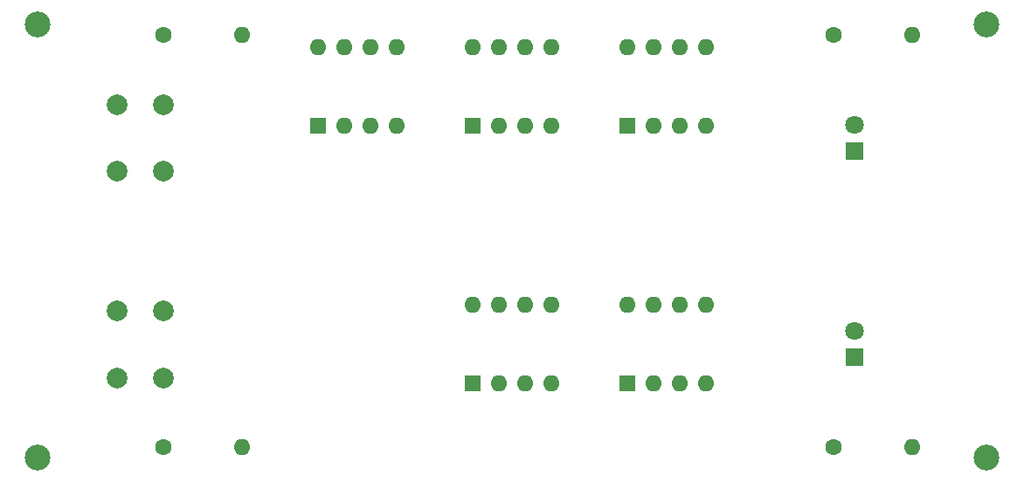
<source format=gbr>
%TF.GenerationSoftware,KiCad,Pcbnew,7.0.7*%
%TF.CreationDate,2023-11-01T21:34:32-04:00*%
%TF.ProjectId,TEJ4M-Unit-4-08,54454a34-4d2d-4556-9e69-742d342d3038,rev?*%
%TF.SameCoordinates,Original*%
%TF.FileFunction,Soldermask,Top*%
%TF.FilePolarity,Negative*%
%FSLAX46Y46*%
G04 Gerber Fmt 4.6, Leading zero omitted, Abs format (unit mm)*
G04 Created by KiCad (PCBNEW 7.0.7) date 2023-11-01 21:34:32*
%MOMM*%
%LPD*%
G01*
G04 APERTURE LIST*
%ADD10R,1.600000X1.600000*%
%ADD11O,1.600000X1.600000*%
%ADD12C,2.000000*%
%ADD13C,2.500000*%
%ADD14C,1.600000*%
%ADD15R,1.800000X1.800000*%
%ADD16C,1.800000*%
G04 APERTURE END LIST*
D10*
%TO.C,U7*%
X161200000Y-63800000D03*
D11*
X163740000Y-63800000D03*
X166280000Y-63800000D03*
X168820000Y-63800000D03*
X168820000Y-56180000D03*
X166280000Y-56180000D03*
X163740000Y-56180000D03*
X161200000Y-56180000D03*
%TD*%
D10*
%TO.C,U6*%
X161200000Y-88800000D03*
D11*
X163740000Y-88800000D03*
X166280000Y-88800000D03*
X168820000Y-88800000D03*
X168820000Y-81180000D03*
X166280000Y-81180000D03*
X163740000Y-81180000D03*
X161200000Y-81180000D03*
%TD*%
D10*
%TO.C,U5*%
X146200000Y-63800000D03*
D11*
X148740000Y-63800000D03*
X151280000Y-63800000D03*
X153820000Y-63800000D03*
X153820000Y-56180000D03*
X151280000Y-56180000D03*
X148740000Y-56180000D03*
X146200000Y-56180000D03*
%TD*%
D10*
%TO.C,U4*%
X146200000Y-88800000D03*
D11*
X148740000Y-88800000D03*
X151280000Y-88800000D03*
X153820000Y-88800000D03*
X153820000Y-81180000D03*
X151280000Y-81180000D03*
X148740000Y-81180000D03*
X146200000Y-81180000D03*
%TD*%
D10*
%TO.C,U3*%
X131200000Y-63800000D03*
D11*
X133740000Y-63800000D03*
X136280000Y-63800000D03*
X138820000Y-63800000D03*
X138820000Y-56180000D03*
X136280000Y-56180000D03*
X133740000Y-56180000D03*
X131200000Y-56180000D03*
%TD*%
D12*
%TO.C,U2*%
X111750000Y-81750000D03*
X111750000Y-88250000D03*
X116250000Y-81750000D03*
X116250000Y-88250000D03*
%TD*%
%TO.C,U1*%
X111750000Y-61750000D03*
X111750000Y-68250000D03*
X116250000Y-61750000D03*
X116250000Y-68250000D03*
%TD*%
D13*
%TO.C,H4*%
X196000000Y-96000000D03*
%TD*%
%TO.C,H3*%
X104000000Y-96000000D03*
%TD*%
%TO.C,H2*%
X196000000Y-54000000D03*
%TD*%
%TO.C,H1*%
X104000000Y-54000000D03*
%TD*%
D11*
%TO.C,R4*%
X188810000Y-95000000D03*
D14*
X181190000Y-95000000D03*
%TD*%
%TO.C,R3*%
X181190000Y-55000000D03*
D11*
X188810000Y-55000000D03*
%TD*%
D14*
%TO.C,R2*%
X116190000Y-95000000D03*
D11*
X123810000Y-95000000D03*
%TD*%
D14*
%TO.C,R1*%
X116190000Y-55000000D03*
D11*
X123810000Y-55000000D03*
%TD*%
D15*
%TO.C,D4*%
X183175000Y-86250000D03*
D16*
X183175000Y-83710000D03*
%TD*%
D15*
%TO.C,D3*%
X183175000Y-66250000D03*
D16*
X183175000Y-63710000D03*
%TD*%
M02*

</source>
